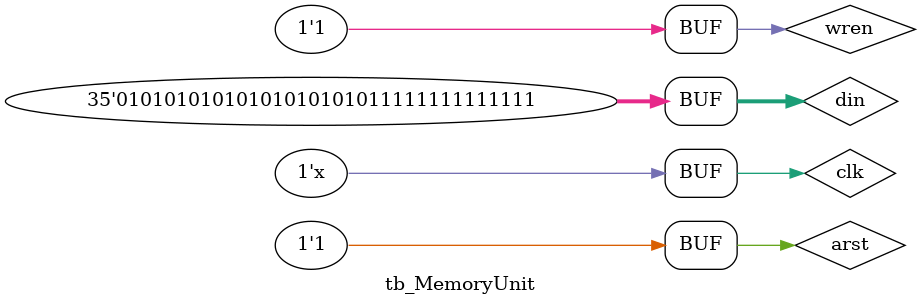
<source format=v>
`timescale 1ns / 1ps


module tb_MemoryUnit;

	// Inputs
	reg arst;
	reg clk;
	reg wren;
	reg [34:0] din;

	// Outputs
	wire [34:0] dout;

	// Instantiate the Unit Under Test (UUT)
	MemoryUnit uut (
		.arst(arst), 
		.clk(clk), 
		.wren(wren), 
		.din(din), 
		.dout(dout)
	);

	always #10 clk = ~clk;

	initial begin
		// Initialize Inputs
		arst = 1;
		clk = 0;
		wren = 0;
		din = 0;

		// Wait 100 ns for global reset to finish
		#20;
		arst = 0;
		
		#100
		din = 35'b01010101010101010101010101010101010;
		
		#100
		wren = 1;
		
		#100 
		din = 35'b01010101010101010101011111111111111;
		
		#100
		arst = 1;
		
		
        
		// Add stimulus here

	end
      
endmodule


</source>
